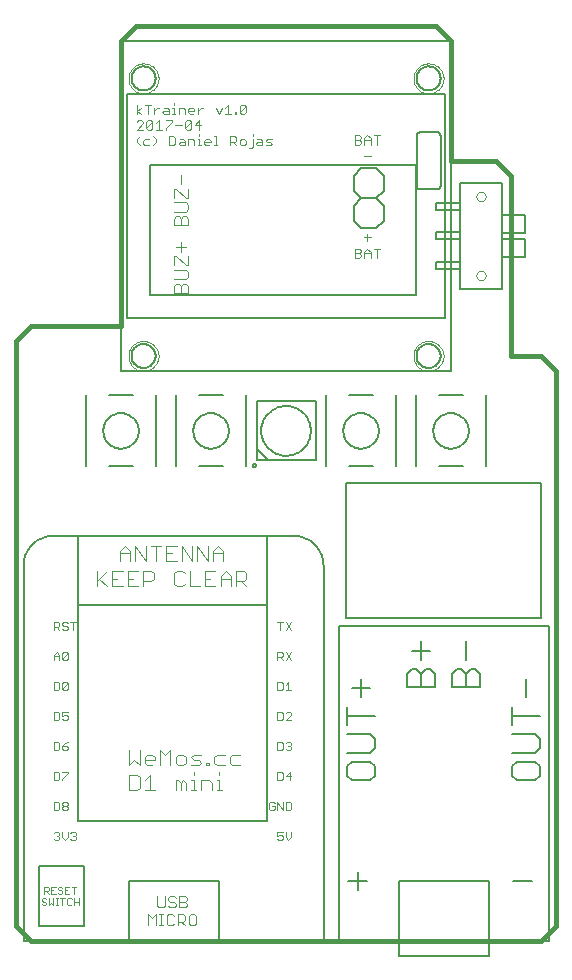
<source format=gto>
G75*
%MOIN*%
%OFA0B0*%
%FSLAX24Y24*%
%IPPOS*%
%LPD*%
%AMOC8*
5,1,8,0,0,1.08239X$1,22.5*
%
%ADD10C,0.0160*%
%ADD11C,0.0040*%
%ADD12C,0.0000*%
%ADD13C,0.0050*%
%ADD14C,0.0080*%
%ADD15C,0.0020*%
%ADD16C,0.0030*%
%ADD17C,0.0060*%
D10*
X000180Y001125D02*
X000680Y000625D01*
X017680Y000625D01*
X018180Y001125D01*
X018180Y019625D01*
X017680Y020125D01*
X016680Y020125D01*
X016680Y026125D01*
X016180Y026625D01*
X014680Y026625D01*
X014680Y030625D01*
X014180Y031125D01*
X004180Y031125D01*
X003680Y030625D01*
X003680Y021125D01*
X000680Y021125D01*
X000180Y020625D01*
X000180Y001125D01*
D11*
X003950Y005645D02*
X004210Y005645D01*
X004297Y005732D01*
X004297Y006079D01*
X004210Y006165D01*
X003950Y006165D01*
X003950Y005645D01*
X004466Y005645D02*
X004813Y005645D01*
X004639Y005645D02*
X004639Y006165D01*
X004466Y005992D01*
X004552Y006485D02*
X004466Y006572D01*
X004466Y006745D01*
X004552Y006832D01*
X004726Y006832D01*
X004813Y006745D01*
X004813Y006658D01*
X004466Y006658D01*
X004552Y006485D02*
X004726Y006485D01*
X004981Y006485D02*
X004981Y007005D01*
X005155Y006832D01*
X005328Y007005D01*
X005328Y006485D01*
X005497Y006572D02*
X005584Y006485D01*
X005757Y006485D01*
X005844Y006572D01*
X005844Y006745D01*
X005757Y006832D01*
X005584Y006832D01*
X005497Y006745D01*
X005497Y006572D01*
X005497Y005992D02*
X005584Y005992D01*
X005670Y005905D01*
X005757Y005992D01*
X005844Y005905D01*
X005844Y005645D01*
X006013Y005645D02*
X006186Y005645D01*
X006099Y005645D02*
X006099Y005992D01*
X006013Y005992D01*
X006099Y006165D02*
X006099Y006252D01*
X006013Y006485D02*
X006273Y006485D01*
X006360Y006572D01*
X006273Y006658D01*
X006099Y006658D01*
X006013Y006745D01*
X006099Y006832D01*
X006360Y006832D01*
X006528Y006572D02*
X006615Y006572D01*
X006615Y006485D01*
X006528Y006485D01*
X006528Y006572D01*
X006786Y006572D02*
X006873Y006485D01*
X007133Y006485D01*
X007302Y006572D02*
X007388Y006485D01*
X007649Y006485D01*
X007649Y006832D02*
X007388Y006832D01*
X007302Y006745D01*
X007302Y006572D01*
X007133Y006832D02*
X006873Y006832D01*
X006786Y006745D01*
X006786Y006572D01*
X006959Y006252D02*
X006959Y006165D01*
X006959Y005992D02*
X006959Y005645D01*
X007045Y005645D02*
X006872Y005645D01*
X006703Y005645D02*
X006703Y005905D01*
X006617Y005992D01*
X006356Y005992D01*
X006356Y005645D01*
X006872Y005992D02*
X006959Y005992D01*
X005670Y005905D02*
X005670Y005645D01*
X005497Y005645D02*
X005497Y005992D01*
X004297Y006485D02*
X004297Y007005D01*
X004123Y006658D02*
X004297Y006485D01*
X004123Y006658D02*
X003950Y006485D01*
X003950Y007005D01*
X003903Y012445D02*
X004250Y012445D01*
X004419Y012445D02*
X004419Y012965D01*
X004679Y012965D01*
X004766Y012879D01*
X004766Y012705D01*
X004679Y012618D01*
X004419Y012618D01*
X004250Y012965D02*
X003903Y012965D01*
X003903Y012445D01*
X003734Y012445D02*
X003387Y012445D01*
X003387Y012965D01*
X003734Y012965D01*
X003903Y012705D02*
X004077Y012705D01*
X004161Y013285D02*
X004161Y013805D01*
X004508Y013285D01*
X004508Y013805D01*
X004677Y013805D02*
X005024Y013805D01*
X005192Y013805D02*
X005192Y013285D01*
X005539Y013285D01*
X005708Y013285D02*
X005708Y013805D01*
X006055Y013285D01*
X006055Y013805D01*
X006223Y013805D02*
X006223Y013285D01*
X006570Y013285D02*
X006223Y013805D01*
X006570Y013805D02*
X006570Y013285D01*
X006739Y013285D02*
X006739Y013632D01*
X006913Y013805D01*
X007086Y013632D01*
X007086Y013285D01*
X007086Y013545D02*
X006739Y013545D01*
X006828Y012965D02*
X006481Y012965D01*
X006481Y012445D01*
X006828Y012445D01*
X006997Y012445D02*
X006997Y012792D01*
X007170Y012965D01*
X007344Y012792D01*
X007344Y012445D01*
X007513Y012445D02*
X007513Y012965D01*
X007773Y012965D01*
X007860Y012879D01*
X007860Y012705D01*
X007773Y012618D01*
X007513Y012618D01*
X007686Y012618D02*
X007860Y012445D01*
X007344Y012705D02*
X006997Y012705D01*
X006655Y012705D02*
X006481Y012705D01*
X006313Y012445D02*
X005966Y012445D01*
X005966Y012965D01*
X005797Y012879D02*
X005710Y012965D01*
X005537Y012965D01*
X005450Y012879D01*
X005450Y012532D01*
X005537Y012445D01*
X005710Y012445D01*
X005797Y012532D01*
X005366Y013545D02*
X005192Y013545D01*
X005192Y013805D02*
X005539Y013805D01*
X004850Y013805D02*
X004850Y013285D01*
X003992Y013285D02*
X003992Y013632D01*
X003819Y013805D01*
X003645Y013632D01*
X003645Y013285D01*
X003645Y013545D02*
X003992Y013545D01*
X003561Y012705D02*
X003387Y012705D01*
X003219Y012445D02*
X002959Y012705D01*
X002872Y012618D02*
X003219Y012965D01*
X002872Y012965D02*
X002872Y012445D01*
X005450Y022224D02*
X005450Y022454D01*
X005526Y022531D01*
X005603Y022531D01*
X005680Y022454D01*
X005680Y022224D01*
X005910Y022224D02*
X005450Y022224D01*
X005680Y022454D02*
X005757Y022531D01*
X005833Y022531D01*
X005910Y022454D01*
X005910Y022224D01*
X005833Y022685D02*
X005910Y022761D01*
X005910Y022915D01*
X005833Y022992D01*
X005450Y022992D01*
X005450Y023145D02*
X005450Y023452D01*
X005526Y023452D01*
X005833Y023145D01*
X005910Y023145D01*
X005910Y023452D01*
X005833Y023759D02*
X005526Y023759D01*
X005680Y023605D02*
X005680Y023912D01*
X005680Y024474D02*
X005680Y024704D01*
X005757Y024781D01*
X005833Y024781D01*
X005910Y024704D01*
X005910Y024474D01*
X005450Y024474D01*
X005450Y024704D01*
X005526Y024781D01*
X005603Y024781D01*
X005680Y024704D01*
X005833Y024935D02*
X005450Y024935D01*
X005450Y025242D02*
X005833Y025242D01*
X005910Y025165D01*
X005910Y025011D01*
X005833Y024935D01*
X005833Y025395D02*
X005910Y025395D01*
X005910Y025702D01*
X005833Y025395D02*
X005526Y025702D01*
X005450Y025702D01*
X005450Y025395D01*
X005680Y025855D02*
X005680Y026162D01*
X005648Y027145D02*
X005597Y027197D01*
X005648Y027248D01*
X005803Y027248D01*
X005803Y027300D02*
X005803Y027145D01*
X005648Y027145D01*
X005481Y027197D02*
X005481Y027404D01*
X005429Y027455D01*
X005274Y027455D01*
X005274Y027145D01*
X005429Y027145D01*
X005481Y027197D01*
X005648Y027352D02*
X005752Y027352D01*
X005803Y027300D01*
X005919Y027352D02*
X006074Y027352D01*
X006126Y027300D01*
X006126Y027145D01*
X006241Y027145D02*
X006344Y027145D01*
X006293Y027145D02*
X006293Y027352D01*
X006241Y027352D01*
X006293Y027455D02*
X006293Y027507D01*
X006289Y027670D02*
X006289Y027980D01*
X006134Y027825D01*
X006340Y027825D01*
X006241Y028195D02*
X006241Y028402D01*
X006344Y028402D02*
X006241Y028298D01*
X006126Y028298D02*
X005919Y028298D01*
X005919Y028247D02*
X005919Y028350D01*
X005971Y028402D01*
X006074Y028402D01*
X006126Y028350D01*
X006126Y028298D01*
X006074Y028195D02*
X005971Y028195D01*
X005919Y028247D01*
X005803Y028195D02*
X005803Y028350D01*
X005752Y028402D01*
X005597Y028402D01*
X005597Y028195D01*
X005485Y028195D02*
X005382Y028195D01*
X005433Y028195D02*
X005433Y028402D01*
X005382Y028402D01*
X005433Y028505D02*
X005433Y028557D01*
X005266Y028350D02*
X005266Y028195D01*
X005111Y028195D01*
X005059Y028247D01*
X005111Y028298D01*
X005266Y028298D01*
X005266Y028350D02*
X005215Y028402D01*
X005111Y028402D01*
X004946Y028402D02*
X004894Y028402D01*
X004791Y028298D01*
X004791Y028195D02*
X004791Y028402D01*
X004675Y028505D02*
X004469Y028505D01*
X004572Y028505D02*
X004572Y028195D01*
X004574Y027980D02*
X004677Y027980D01*
X004729Y027929D01*
X004522Y027722D01*
X004574Y027670D01*
X004677Y027670D01*
X004729Y027722D01*
X004729Y027929D01*
X004845Y027877D02*
X004948Y027980D01*
X004948Y027670D01*
X004845Y027670D02*
X005051Y027670D01*
X005167Y027670D02*
X005167Y027722D01*
X005374Y027929D01*
X005374Y027980D01*
X005167Y027980D01*
X005489Y027825D02*
X005696Y027825D01*
X005811Y027722D02*
X005811Y027929D01*
X005863Y027980D01*
X005967Y027980D01*
X006018Y027929D01*
X005811Y027722D01*
X005863Y027670D01*
X005967Y027670D01*
X006018Y027722D01*
X006018Y027929D01*
X006344Y028402D02*
X006396Y028402D01*
X006832Y028402D02*
X006935Y028195D01*
X007039Y028402D01*
X007154Y028402D02*
X007258Y028505D01*
X007258Y028195D01*
X007361Y028195D02*
X007154Y028195D01*
X007476Y028195D02*
X007528Y028195D01*
X007528Y028247D01*
X007476Y028247D01*
X007476Y028195D01*
X007638Y028247D02*
X007638Y028454D01*
X007689Y028505D01*
X007793Y028505D01*
X007844Y028454D01*
X007638Y028247D01*
X007689Y028195D01*
X007793Y028195D01*
X007844Y028247D01*
X007844Y028454D01*
X008063Y027507D02*
X008063Y027455D01*
X008063Y027352D02*
X008063Y027093D01*
X008012Y027042D01*
X007960Y027042D01*
X007844Y027197D02*
X007844Y027300D01*
X007793Y027352D01*
X007689Y027352D01*
X007638Y027300D01*
X007638Y027197D01*
X007689Y027145D01*
X007793Y027145D01*
X007844Y027197D01*
X007522Y027145D02*
X007419Y027248D01*
X007470Y027248D02*
X007315Y027248D01*
X007315Y027145D02*
X007315Y027455D01*
X007470Y027455D01*
X007522Y027404D01*
X007522Y027300D01*
X007470Y027248D01*
X006882Y027145D02*
X006778Y027145D01*
X006830Y027145D02*
X006830Y027455D01*
X006778Y027455D01*
X006663Y027300D02*
X006663Y027248D01*
X006456Y027248D01*
X006456Y027197D02*
X006456Y027300D01*
X006508Y027352D01*
X006611Y027352D01*
X006663Y027300D01*
X006611Y027145D02*
X006508Y027145D01*
X006456Y027197D01*
X005919Y027145D02*
X005919Y027352D01*
X004841Y027352D02*
X004737Y027455D01*
X004841Y027352D02*
X004841Y027248D01*
X004737Y027145D01*
X004622Y027145D02*
X004467Y027145D01*
X004415Y027197D01*
X004415Y027300D01*
X004467Y027352D01*
X004622Y027352D01*
X004522Y027722D02*
X004522Y027929D01*
X004574Y027980D01*
X004407Y027929D02*
X004355Y027980D01*
X004252Y027980D01*
X004200Y027929D01*
X004407Y027877D02*
X004200Y027670D01*
X004407Y027670D01*
X004407Y027877D02*
X004407Y027929D01*
X004355Y028195D02*
X004200Y028298D01*
X004355Y028402D01*
X004200Y028505D02*
X004200Y028195D01*
X004303Y027455D02*
X004200Y027352D01*
X004200Y027248D01*
X004303Y027145D01*
X005450Y022685D02*
X005833Y022685D01*
X008226Y027145D02*
X008175Y027197D01*
X008226Y027248D01*
X008382Y027248D01*
X008382Y027300D02*
X008382Y027145D01*
X008226Y027145D01*
X008226Y027352D02*
X008330Y027352D01*
X008382Y027300D01*
X008497Y027300D02*
X008549Y027352D01*
X008704Y027352D01*
X008652Y027248D02*
X008549Y027248D01*
X008497Y027300D01*
X008497Y027145D02*
X008652Y027145D01*
X008704Y027197D01*
X008652Y027248D01*
X011467Y027325D02*
X011622Y027325D01*
X011673Y027273D01*
X011673Y027222D01*
X011622Y027170D01*
X011467Y027170D01*
X011467Y027480D01*
X011622Y027480D01*
X011673Y027429D01*
X011673Y027377D01*
X011622Y027325D01*
X011789Y027325D02*
X011996Y027325D01*
X011996Y027377D02*
X011996Y027170D01*
X011996Y027377D02*
X011892Y027480D01*
X011789Y027377D01*
X011789Y027170D01*
X012111Y027480D02*
X012318Y027480D01*
X012215Y027480D02*
X012215Y027170D01*
X011996Y026800D02*
X011789Y026800D01*
X011892Y024179D02*
X011892Y023972D01*
X011789Y024075D02*
X011996Y024075D01*
X011892Y023705D02*
X011996Y023602D01*
X011996Y023395D01*
X011996Y023550D02*
X011789Y023550D01*
X011789Y023602D02*
X011789Y023395D01*
X011673Y023447D02*
X011622Y023395D01*
X011467Y023395D01*
X011467Y023705D01*
X011622Y023705D01*
X011673Y023654D01*
X011673Y023602D01*
X011622Y023550D01*
X011467Y023550D01*
X011622Y023550D02*
X011673Y023498D01*
X011673Y023447D01*
X011789Y023602D02*
X011892Y023705D01*
X012111Y023705D02*
X012318Y023705D01*
X012215Y023705D02*
X012215Y023395D01*
D12*
X013430Y020125D02*
X013432Y020169D01*
X013438Y020213D01*
X013448Y020256D01*
X013461Y020298D01*
X013478Y020339D01*
X013499Y020378D01*
X013523Y020415D01*
X013550Y020450D01*
X013580Y020482D01*
X013613Y020512D01*
X013649Y020538D01*
X013686Y020562D01*
X013726Y020581D01*
X013767Y020598D01*
X013810Y020610D01*
X013853Y020619D01*
X013897Y020624D01*
X013941Y020625D01*
X013985Y020622D01*
X014029Y020615D01*
X014072Y020604D01*
X014114Y020590D01*
X014154Y020572D01*
X014193Y020550D01*
X014229Y020526D01*
X014263Y020498D01*
X014295Y020467D01*
X014324Y020433D01*
X014350Y020397D01*
X014372Y020359D01*
X014391Y020319D01*
X014406Y020277D01*
X014418Y020235D01*
X014426Y020191D01*
X014430Y020147D01*
X014430Y020103D01*
X014426Y020059D01*
X014418Y020015D01*
X014406Y019973D01*
X014391Y019931D01*
X014372Y019891D01*
X014350Y019853D01*
X014324Y019817D01*
X014295Y019783D01*
X014263Y019752D01*
X014229Y019724D01*
X014193Y019700D01*
X014154Y019678D01*
X014114Y019660D01*
X014072Y019646D01*
X014029Y019635D01*
X013985Y019628D01*
X013941Y019625D01*
X013897Y019626D01*
X013853Y019631D01*
X013810Y019640D01*
X013767Y019652D01*
X013726Y019669D01*
X013686Y019688D01*
X013649Y019712D01*
X013613Y019738D01*
X013580Y019768D01*
X013550Y019800D01*
X013523Y019835D01*
X013499Y019872D01*
X013478Y019911D01*
X013461Y019952D01*
X013448Y019994D01*
X013438Y020037D01*
X013432Y020081D01*
X013430Y020125D01*
X015523Y022806D02*
X015525Y022831D01*
X015531Y022855D01*
X015540Y022877D01*
X015553Y022898D01*
X015569Y022917D01*
X015588Y022933D01*
X015609Y022946D01*
X015631Y022955D01*
X015655Y022961D01*
X015680Y022963D01*
X015705Y022961D01*
X015729Y022955D01*
X015751Y022946D01*
X015772Y022933D01*
X015791Y022917D01*
X015807Y022898D01*
X015820Y022877D01*
X015829Y022855D01*
X015835Y022831D01*
X015837Y022806D01*
X015835Y022781D01*
X015829Y022757D01*
X015820Y022735D01*
X015807Y022714D01*
X015791Y022695D01*
X015772Y022679D01*
X015751Y022666D01*
X015729Y022657D01*
X015705Y022651D01*
X015680Y022649D01*
X015655Y022651D01*
X015631Y022657D01*
X015609Y022666D01*
X015588Y022679D01*
X015569Y022695D01*
X015553Y022714D01*
X015540Y022735D01*
X015531Y022757D01*
X015525Y022781D01*
X015523Y022806D01*
X015523Y025444D02*
X015525Y025469D01*
X015531Y025493D01*
X015540Y025515D01*
X015553Y025536D01*
X015569Y025555D01*
X015588Y025571D01*
X015609Y025584D01*
X015631Y025593D01*
X015655Y025599D01*
X015680Y025601D01*
X015705Y025599D01*
X015729Y025593D01*
X015751Y025584D01*
X015772Y025571D01*
X015791Y025555D01*
X015807Y025536D01*
X015820Y025515D01*
X015829Y025493D01*
X015835Y025469D01*
X015837Y025444D01*
X015835Y025419D01*
X015829Y025395D01*
X015820Y025373D01*
X015807Y025352D01*
X015791Y025333D01*
X015772Y025317D01*
X015751Y025304D01*
X015729Y025295D01*
X015705Y025289D01*
X015680Y025287D01*
X015655Y025289D01*
X015631Y025295D01*
X015609Y025304D01*
X015588Y025317D01*
X015569Y025333D01*
X015553Y025352D01*
X015540Y025373D01*
X015531Y025395D01*
X015525Y025419D01*
X015523Y025444D01*
X013430Y029375D02*
X013432Y029419D01*
X013438Y029463D01*
X013448Y029506D01*
X013461Y029548D01*
X013478Y029589D01*
X013499Y029628D01*
X013523Y029665D01*
X013550Y029700D01*
X013580Y029732D01*
X013613Y029762D01*
X013649Y029788D01*
X013686Y029812D01*
X013726Y029831D01*
X013767Y029848D01*
X013810Y029860D01*
X013853Y029869D01*
X013897Y029874D01*
X013941Y029875D01*
X013985Y029872D01*
X014029Y029865D01*
X014072Y029854D01*
X014114Y029840D01*
X014154Y029822D01*
X014193Y029800D01*
X014229Y029776D01*
X014263Y029748D01*
X014295Y029717D01*
X014324Y029683D01*
X014350Y029647D01*
X014372Y029609D01*
X014391Y029569D01*
X014406Y029527D01*
X014418Y029485D01*
X014426Y029441D01*
X014430Y029397D01*
X014430Y029353D01*
X014426Y029309D01*
X014418Y029265D01*
X014406Y029223D01*
X014391Y029181D01*
X014372Y029141D01*
X014350Y029103D01*
X014324Y029067D01*
X014295Y029033D01*
X014263Y029002D01*
X014229Y028974D01*
X014193Y028950D01*
X014154Y028928D01*
X014114Y028910D01*
X014072Y028896D01*
X014029Y028885D01*
X013985Y028878D01*
X013941Y028875D01*
X013897Y028876D01*
X013853Y028881D01*
X013810Y028890D01*
X013767Y028902D01*
X013726Y028919D01*
X013686Y028938D01*
X013649Y028962D01*
X013613Y028988D01*
X013580Y029018D01*
X013550Y029050D01*
X013523Y029085D01*
X013499Y029122D01*
X013478Y029161D01*
X013461Y029202D01*
X013448Y029244D01*
X013438Y029287D01*
X013432Y029331D01*
X013430Y029375D01*
X003930Y029375D02*
X003932Y029419D01*
X003938Y029463D01*
X003948Y029506D01*
X003961Y029548D01*
X003978Y029589D01*
X003999Y029628D01*
X004023Y029665D01*
X004050Y029700D01*
X004080Y029732D01*
X004113Y029762D01*
X004149Y029788D01*
X004186Y029812D01*
X004226Y029831D01*
X004267Y029848D01*
X004310Y029860D01*
X004353Y029869D01*
X004397Y029874D01*
X004441Y029875D01*
X004485Y029872D01*
X004529Y029865D01*
X004572Y029854D01*
X004614Y029840D01*
X004654Y029822D01*
X004693Y029800D01*
X004729Y029776D01*
X004763Y029748D01*
X004795Y029717D01*
X004824Y029683D01*
X004850Y029647D01*
X004872Y029609D01*
X004891Y029569D01*
X004906Y029527D01*
X004918Y029485D01*
X004926Y029441D01*
X004930Y029397D01*
X004930Y029353D01*
X004926Y029309D01*
X004918Y029265D01*
X004906Y029223D01*
X004891Y029181D01*
X004872Y029141D01*
X004850Y029103D01*
X004824Y029067D01*
X004795Y029033D01*
X004763Y029002D01*
X004729Y028974D01*
X004693Y028950D01*
X004654Y028928D01*
X004614Y028910D01*
X004572Y028896D01*
X004529Y028885D01*
X004485Y028878D01*
X004441Y028875D01*
X004397Y028876D01*
X004353Y028881D01*
X004310Y028890D01*
X004267Y028902D01*
X004226Y028919D01*
X004186Y028938D01*
X004149Y028962D01*
X004113Y028988D01*
X004080Y029018D01*
X004050Y029050D01*
X004023Y029085D01*
X003999Y029122D01*
X003978Y029161D01*
X003961Y029202D01*
X003948Y029244D01*
X003938Y029287D01*
X003932Y029331D01*
X003930Y029375D01*
X003930Y020125D02*
X003932Y020169D01*
X003938Y020213D01*
X003948Y020256D01*
X003961Y020298D01*
X003978Y020339D01*
X003999Y020378D01*
X004023Y020415D01*
X004050Y020450D01*
X004080Y020482D01*
X004113Y020512D01*
X004149Y020538D01*
X004186Y020562D01*
X004226Y020581D01*
X004267Y020598D01*
X004310Y020610D01*
X004353Y020619D01*
X004397Y020624D01*
X004441Y020625D01*
X004485Y020622D01*
X004529Y020615D01*
X004572Y020604D01*
X004614Y020590D01*
X004654Y020572D01*
X004693Y020550D01*
X004729Y020526D01*
X004763Y020498D01*
X004795Y020467D01*
X004824Y020433D01*
X004850Y020397D01*
X004872Y020359D01*
X004891Y020319D01*
X004906Y020277D01*
X004918Y020235D01*
X004926Y020191D01*
X004930Y020147D01*
X004930Y020103D01*
X004926Y020059D01*
X004918Y020015D01*
X004906Y019973D01*
X004891Y019931D01*
X004872Y019891D01*
X004850Y019853D01*
X004824Y019817D01*
X004795Y019783D01*
X004763Y019752D01*
X004729Y019724D01*
X004693Y019700D01*
X004654Y019678D01*
X004614Y019660D01*
X004572Y019646D01*
X004529Y019635D01*
X004485Y019628D01*
X004441Y019625D01*
X004397Y019626D01*
X004353Y019631D01*
X004310Y019640D01*
X004267Y019652D01*
X004226Y019669D01*
X004186Y019688D01*
X004149Y019712D01*
X004113Y019738D01*
X004080Y019768D01*
X004050Y019800D01*
X004023Y019835D01*
X003999Y019872D01*
X003978Y019911D01*
X003961Y019952D01*
X003948Y019994D01*
X003938Y020037D01*
X003932Y020081D01*
X003930Y020125D01*
D13*
X000430Y000625D02*
X010430Y000625D01*
X010430Y013125D01*
X010428Y013185D01*
X010423Y013246D01*
X010414Y013305D01*
X010401Y013364D01*
X010385Y013423D01*
X010365Y013480D01*
X010342Y013535D01*
X010315Y013590D01*
X010286Y013642D01*
X010253Y013693D01*
X010217Y013742D01*
X010179Y013788D01*
X010137Y013832D01*
X010093Y013874D01*
X010047Y013912D01*
X009998Y013948D01*
X009947Y013981D01*
X009895Y014010D01*
X009840Y014037D01*
X009785Y014060D01*
X009728Y014080D01*
X009669Y014096D01*
X009610Y014109D01*
X009551Y014118D01*
X009490Y014123D01*
X009430Y014125D01*
X001430Y014125D01*
X001370Y014123D01*
X001309Y014118D01*
X001250Y014109D01*
X001191Y014096D01*
X001132Y014080D01*
X001075Y014060D01*
X001020Y014037D01*
X000965Y014010D01*
X000913Y013981D01*
X000862Y013948D01*
X000813Y013912D01*
X000767Y013874D01*
X000723Y013832D01*
X000681Y013788D01*
X000643Y013742D01*
X000607Y013693D01*
X000574Y013642D01*
X000545Y013590D01*
X000518Y013535D01*
X000495Y013480D01*
X000475Y013423D01*
X000459Y013364D01*
X000446Y013305D01*
X000437Y013246D01*
X000432Y013185D01*
X000430Y013125D01*
X000430Y000625D01*
X002240Y004625D02*
X008530Y004625D01*
X008540Y004625D02*
X008540Y011835D01*
X008530Y011835D01*
X008540Y011832D02*
X002241Y011832D01*
X002241Y014116D01*
X008540Y014116D01*
X008540Y011832D01*
X010930Y011125D02*
X010930Y000625D01*
X017930Y000625D01*
X017930Y011125D01*
X010930Y011125D01*
X011180Y011375D02*
X011180Y015875D01*
X017680Y015875D01*
X017680Y011375D01*
X011180Y011375D01*
X011286Y016444D02*
X012074Y016444D01*
X011089Y017625D02*
X011091Y017673D01*
X011097Y017721D01*
X011107Y017768D01*
X011120Y017814D01*
X011138Y017859D01*
X011158Y017903D01*
X011183Y017945D01*
X011211Y017984D01*
X011241Y018021D01*
X011275Y018055D01*
X011312Y018087D01*
X011350Y018116D01*
X011391Y018141D01*
X011434Y018163D01*
X011479Y018181D01*
X011525Y018195D01*
X011572Y018206D01*
X011620Y018213D01*
X011668Y018216D01*
X011716Y018215D01*
X011764Y018210D01*
X011812Y018201D01*
X011858Y018189D01*
X011903Y018172D01*
X011947Y018152D01*
X011989Y018129D01*
X012029Y018102D01*
X012067Y018072D01*
X012102Y018039D01*
X012134Y018003D01*
X012164Y017965D01*
X012190Y017924D01*
X012212Y017881D01*
X012232Y017837D01*
X012247Y017792D01*
X012259Y017745D01*
X012267Y017697D01*
X012271Y017649D01*
X012271Y017601D01*
X012267Y017553D01*
X012259Y017505D01*
X012247Y017458D01*
X012232Y017413D01*
X012212Y017369D01*
X012190Y017326D01*
X012164Y017285D01*
X012134Y017247D01*
X012102Y017211D01*
X012067Y017178D01*
X012029Y017148D01*
X011989Y017121D01*
X011947Y017098D01*
X011903Y017078D01*
X011858Y017061D01*
X011812Y017049D01*
X011764Y017040D01*
X011716Y017035D01*
X011668Y017034D01*
X011620Y017037D01*
X011572Y017044D01*
X011525Y017055D01*
X011479Y017069D01*
X011434Y017087D01*
X011391Y017109D01*
X011350Y017134D01*
X011312Y017163D01*
X011275Y017195D01*
X011241Y017229D01*
X011211Y017266D01*
X011183Y017305D01*
X011158Y017347D01*
X011138Y017391D01*
X011120Y017436D01*
X011107Y017482D01*
X011097Y017529D01*
X011091Y017577D01*
X011089Y017625D01*
X011286Y018806D02*
X012074Y018806D01*
X012861Y018806D02*
X012861Y016444D01*
X013499Y016444D02*
X013499Y018806D01*
X014286Y018806D02*
X015074Y018806D01*
X014692Y019613D02*
X014692Y030637D01*
X003668Y030637D01*
X003668Y019613D01*
X014692Y019613D01*
X013530Y020125D02*
X013532Y020165D01*
X013538Y020204D01*
X013548Y020243D01*
X013561Y020280D01*
X013579Y020316D01*
X013600Y020350D01*
X013624Y020382D01*
X013651Y020411D01*
X013681Y020438D01*
X013713Y020461D01*
X013748Y020481D01*
X013784Y020497D01*
X013822Y020510D01*
X013861Y020519D01*
X013900Y020524D01*
X013940Y020525D01*
X013980Y020522D01*
X014019Y020515D01*
X014057Y020504D01*
X014095Y020490D01*
X014130Y020471D01*
X014163Y020450D01*
X014195Y020425D01*
X014223Y020397D01*
X014249Y020367D01*
X014271Y020334D01*
X014290Y020299D01*
X014306Y020262D01*
X014318Y020224D01*
X014326Y020185D01*
X014330Y020145D01*
X014330Y020105D01*
X014326Y020065D01*
X014318Y020026D01*
X014306Y019988D01*
X014290Y019951D01*
X014271Y019916D01*
X014249Y019883D01*
X014223Y019853D01*
X014195Y019825D01*
X014163Y019800D01*
X014130Y019779D01*
X014095Y019760D01*
X014057Y019746D01*
X014019Y019735D01*
X013980Y019728D01*
X013940Y019725D01*
X013900Y019726D01*
X013861Y019731D01*
X013822Y019740D01*
X013784Y019753D01*
X013748Y019769D01*
X013713Y019789D01*
X013681Y019812D01*
X013651Y019839D01*
X013624Y019868D01*
X013600Y019900D01*
X013579Y019934D01*
X013561Y019970D01*
X013548Y020007D01*
X013538Y020046D01*
X013532Y020085D01*
X013530Y020125D01*
X014495Y021385D02*
X014495Y028865D01*
X003865Y028865D01*
X003865Y021385D01*
X014495Y021385D01*
X014991Y022353D02*
X014991Y023023D01*
X014164Y023023D01*
X014164Y023259D01*
X014991Y023259D01*
X014991Y024007D01*
X014164Y024007D01*
X014164Y024243D01*
X014991Y024243D01*
X014991Y024991D01*
X014164Y024991D01*
X014164Y025227D01*
X014991Y025227D01*
X014991Y025897D01*
X016369Y025897D01*
X016369Y024814D01*
X017156Y024814D01*
X017156Y024223D01*
X016369Y024223D01*
X016369Y024027D01*
X017156Y024027D01*
X017156Y023436D01*
X016369Y023436D01*
X016369Y022353D01*
X014991Y022353D01*
X014991Y023023D02*
X014991Y023259D01*
X014991Y024007D02*
X014991Y024243D01*
X014991Y024991D02*
X014991Y025227D01*
X016369Y024814D02*
X016369Y024223D01*
X016369Y024027D02*
X016369Y023436D01*
X015861Y018806D02*
X015861Y016444D01*
X015074Y016444D02*
X014286Y016444D01*
X014089Y017625D02*
X014091Y017673D01*
X014097Y017721D01*
X014107Y017768D01*
X014120Y017814D01*
X014138Y017859D01*
X014158Y017903D01*
X014183Y017945D01*
X014211Y017984D01*
X014241Y018021D01*
X014275Y018055D01*
X014312Y018087D01*
X014350Y018116D01*
X014391Y018141D01*
X014434Y018163D01*
X014479Y018181D01*
X014525Y018195D01*
X014572Y018206D01*
X014620Y018213D01*
X014668Y018216D01*
X014716Y018215D01*
X014764Y018210D01*
X014812Y018201D01*
X014858Y018189D01*
X014903Y018172D01*
X014947Y018152D01*
X014989Y018129D01*
X015029Y018102D01*
X015067Y018072D01*
X015102Y018039D01*
X015134Y018003D01*
X015164Y017965D01*
X015190Y017924D01*
X015212Y017881D01*
X015232Y017837D01*
X015247Y017792D01*
X015259Y017745D01*
X015267Y017697D01*
X015271Y017649D01*
X015271Y017601D01*
X015267Y017553D01*
X015259Y017505D01*
X015247Y017458D01*
X015232Y017413D01*
X015212Y017369D01*
X015190Y017326D01*
X015164Y017285D01*
X015134Y017247D01*
X015102Y017211D01*
X015067Y017178D01*
X015029Y017148D01*
X014989Y017121D01*
X014947Y017098D01*
X014903Y017078D01*
X014858Y017061D01*
X014812Y017049D01*
X014764Y017040D01*
X014716Y017035D01*
X014668Y017034D01*
X014620Y017037D01*
X014572Y017044D01*
X014525Y017055D01*
X014479Y017069D01*
X014434Y017087D01*
X014391Y017109D01*
X014350Y017134D01*
X014312Y017163D01*
X014275Y017195D01*
X014241Y017229D01*
X014211Y017266D01*
X014183Y017305D01*
X014158Y017347D01*
X014138Y017391D01*
X014120Y017436D01*
X014107Y017482D01*
X014097Y017529D01*
X014091Y017577D01*
X014089Y017625D01*
X013511Y022172D02*
X013511Y026503D01*
X004652Y026503D01*
X004652Y022172D01*
X013511Y022172D01*
X010499Y018806D02*
X010499Y016444D01*
X010164Y016641D02*
X008589Y016641D01*
X008196Y017034D01*
X008196Y018609D01*
X010164Y018609D01*
X010164Y016641D01*
X008353Y017625D02*
X008355Y017682D01*
X008361Y017739D01*
X008371Y017795D01*
X008384Y017851D01*
X008402Y017905D01*
X008423Y017958D01*
X008448Y018009D01*
X008476Y018059D01*
X008508Y018106D01*
X008542Y018152D01*
X008580Y018194D01*
X008621Y018234D01*
X008664Y018272D01*
X008710Y018306D01*
X008758Y018336D01*
X008808Y018364D01*
X008860Y018388D01*
X008914Y018408D01*
X008968Y018424D01*
X009024Y018437D01*
X009080Y018446D01*
X009137Y018451D01*
X009194Y018452D01*
X009251Y018449D01*
X009308Y018442D01*
X009364Y018431D01*
X009419Y018417D01*
X009473Y018398D01*
X009526Y018376D01*
X009577Y018351D01*
X009626Y018321D01*
X009673Y018289D01*
X009718Y018253D01*
X009760Y018215D01*
X009799Y018173D01*
X009835Y018129D01*
X009869Y018083D01*
X009899Y018034D01*
X009925Y017984D01*
X009948Y017932D01*
X009967Y017878D01*
X009983Y017823D01*
X009995Y017767D01*
X010003Y017710D01*
X010007Y017654D01*
X010007Y017596D01*
X010003Y017540D01*
X009995Y017483D01*
X009983Y017427D01*
X009967Y017372D01*
X009948Y017318D01*
X009925Y017266D01*
X009899Y017216D01*
X009869Y017167D01*
X009835Y017121D01*
X009799Y017077D01*
X009760Y017035D01*
X009718Y016997D01*
X009673Y016961D01*
X009626Y016929D01*
X009577Y016899D01*
X009526Y016874D01*
X009473Y016852D01*
X009419Y016833D01*
X009364Y016819D01*
X009308Y016808D01*
X009251Y016801D01*
X009194Y016798D01*
X009137Y016799D01*
X009080Y016804D01*
X009024Y016813D01*
X008968Y016826D01*
X008914Y016842D01*
X008860Y016862D01*
X008808Y016886D01*
X008758Y016914D01*
X008710Y016944D01*
X008664Y016978D01*
X008621Y017016D01*
X008580Y017056D01*
X008542Y017098D01*
X008508Y017144D01*
X008476Y017191D01*
X008448Y017241D01*
X008423Y017292D01*
X008402Y017345D01*
X008384Y017399D01*
X008371Y017455D01*
X008361Y017511D01*
X008355Y017568D01*
X008353Y017625D01*
X008196Y017034D02*
X008196Y016641D01*
X008589Y016641D01*
X008066Y016470D02*
X008068Y016484D01*
X008074Y016498D01*
X008082Y016510D01*
X008094Y016518D01*
X008108Y016524D01*
X008122Y016526D01*
X008136Y016524D01*
X008150Y016518D01*
X008162Y016510D01*
X008170Y016498D01*
X008176Y016484D01*
X008178Y016470D01*
X008176Y016456D01*
X008170Y016442D01*
X008162Y016430D01*
X008150Y016422D01*
X008136Y016416D01*
X008122Y016414D01*
X008108Y016416D01*
X008094Y016422D01*
X008082Y016430D01*
X008074Y016442D01*
X008068Y016456D01*
X008066Y016470D01*
X007861Y016444D02*
X007861Y018806D01*
X007074Y018806D02*
X006286Y018806D01*
X006089Y017625D02*
X006091Y017673D01*
X006097Y017721D01*
X006107Y017768D01*
X006120Y017814D01*
X006138Y017859D01*
X006158Y017903D01*
X006183Y017945D01*
X006211Y017984D01*
X006241Y018021D01*
X006275Y018055D01*
X006312Y018087D01*
X006350Y018116D01*
X006391Y018141D01*
X006434Y018163D01*
X006479Y018181D01*
X006525Y018195D01*
X006572Y018206D01*
X006620Y018213D01*
X006668Y018216D01*
X006716Y018215D01*
X006764Y018210D01*
X006812Y018201D01*
X006858Y018189D01*
X006903Y018172D01*
X006947Y018152D01*
X006989Y018129D01*
X007029Y018102D01*
X007067Y018072D01*
X007102Y018039D01*
X007134Y018003D01*
X007164Y017965D01*
X007190Y017924D01*
X007212Y017881D01*
X007232Y017837D01*
X007247Y017792D01*
X007259Y017745D01*
X007267Y017697D01*
X007271Y017649D01*
X007271Y017601D01*
X007267Y017553D01*
X007259Y017505D01*
X007247Y017458D01*
X007232Y017413D01*
X007212Y017369D01*
X007190Y017326D01*
X007164Y017285D01*
X007134Y017247D01*
X007102Y017211D01*
X007067Y017178D01*
X007029Y017148D01*
X006989Y017121D01*
X006947Y017098D01*
X006903Y017078D01*
X006858Y017061D01*
X006812Y017049D01*
X006764Y017040D01*
X006716Y017035D01*
X006668Y017034D01*
X006620Y017037D01*
X006572Y017044D01*
X006525Y017055D01*
X006479Y017069D01*
X006434Y017087D01*
X006391Y017109D01*
X006350Y017134D01*
X006312Y017163D01*
X006275Y017195D01*
X006241Y017229D01*
X006211Y017266D01*
X006183Y017305D01*
X006158Y017347D01*
X006138Y017391D01*
X006120Y017436D01*
X006107Y017482D01*
X006097Y017529D01*
X006091Y017577D01*
X006089Y017625D01*
X006286Y016444D02*
X007074Y016444D01*
X005499Y016444D02*
X005499Y018806D01*
X004861Y018806D02*
X004861Y016444D01*
X004074Y016444D02*
X003286Y016444D01*
X002499Y016444D02*
X002499Y018806D01*
X003286Y018806D02*
X004074Y018806D01*
X003089Y017625D02*
X003091Y017673D01*
X003097Y017721D01*
X003107Y017768D01*
X003120Y017814D01*
X003138Y017859D01*
X003158Y017903D01*
X003183Y017945D01*
X003211Y017984D01*
X003241Y018021D01*
X003275Y018055D01*
X003312Y018087D01*
X003350Y018116D01*
X003391Y018141D01*
X003434Y018163D01*
X003479Y018181D01*
X003525Y018195D01*
X003572Y018206D01*
X003620Y018213D01*
X003668Y018216D01*
X003716Y018215D01*
X003764Y018210D01*
X003812Y018201D01*
X003858Y018189D01*
X003903Y018172D01*
X003947Y018152D01*
X003989Y018129D01*
X004029Y018102D01*
X004067Y018072D01*
X004102Y018039D01*
X004134Y018003D01*
X004164Y017965D01*
X004190Y017924D01*
X004212Y017881D01*
X004232Y017837D01*
X004247Y017792D01*
X004259Y017745D01*
X004267Y017697D01*
X004271Y017649D01*
X004271Y017601D01*
X004267Y017553D01*
X004259Y017505D01*
X004247Y017458D01*
X004232Y017413D01*
X004212Y017369D01*
X004190Y017326D01*
X004164Y017285D01*
X004134Y017247D01*
X004102Y017211D01*
X004067Y017178D01*
X004029Y017148D01*
X003989Y017121D01*
X003947Y017098D01*
X003903Y017078D01*
X003858Y017061D01*
X003812Y017049D01*
X003764Y017040D01*
X003716Y017035D01*
X003668Y017034D01*
X003620Y017037D01*
X003572Y017044D01*
X003525Y017055D01*
X003479Y017069D01*
X003434Y017087D01*
X003391Y017109D01*
X003350Y017134D01*
X003312Y017163D01*
X003275Y017195D01*
X003241Y017229D01*
X003211Y017266D01*
X003183Y017305D01*
X003158Y017347D01*
X003138Y017391D01*
X003120Y017436D01*
X003107Y017482D01*
X003097Y017529D01*
X003091Y017577D01*
X003089Y017625D01*
X004030Y020125D02*
X004032Y020165D01*
X004038Y020204D01*
X004048Y020243D01*
X004061Y020280D01*
X004079Y020316D01*
X004100Y020350D01*
X004124Y020382D01*
X004151Y020411D01*
X004181Y020438D01*
X004213Y020461D01*
X004248Y020481D01*
X004284Y020497D01*
X004322Y020510D01*
X004361Y020519D01*
X004400Y020524D01*
X004440Y020525D01*
X004480Y020522D01*
X004519Y020515D01*
X004557Y020504D01*
X004595Y020490D01*
X004630Y020471D01*
X004663Y020450D01*
X004695Y020425D01*
X004723Y020397D01*
X004749Y020367D01*
X004771Y020334D01*
X004790Y020299D01*
X004806Y020262D01*
X004818Y020224D01*
X004826Y020185D01*
X004830Y020145D01*
X004830Y020105D01*
X004826Y020065D01*
X004818Y020026D01*
X004806Y019988D01*
X004790Y019951D01*
X004771Y019916D01*
X004749Y019883D01*
X004723Y019853D01*
X004695Y019825D01*
X004663Y019800D01*
X004630Y019779D01*
X004595Y019760D01*
X004557Y019746D01*
X004519Y019735D01*
X004480Y019728D01*
X004440Y019725D01*
X004400Y019726D01*
X004361Y019731D01*
X004322Y019740D01*
X004284Y019753D01*
X004248Y019769D01*
X004213Y019789D01*
X004181Y019812D01*
X004151Y019839D01*
X004124Y019868D01*
X004100Y019900D01*
X004079Y019934D01*
X004061Y019970D01*
X004048Y020007D01*
X004038Y020046D01*
X004032Y020085D01*
X004030Y020125D01*
X002240Y011835D02*
X002240Y004625D01*
X012930Y002625D02*
X012930Y000125D01*
X015930Y000125D01*
X015930Y002625D01*
X012930Y002625D01*
X013530Y029375D02*
X013532Y029415D01*
X013538Y029454D01*
X013548Y029493D01*
X013561Y029530D01*
X013579Y029566D01*
X013600Y029600D01*
X013624Y029632D01*
X013651Y029661D01*
X013681Y029688D01*
X013713Y029711D01*
X013748Y029731D01*
X013784Y029747D01*
X013822Y029760D01*
X013861Y029769D01*
X013900Y029774D01*
X013940Y029775D01*
X013980Y029772D01*
X014019Y029765D01*
X014057Y029754D01*
X014095Y029740D01*
X014130Y029721D01*
X014163Y029700D01*
X014195Y029675D01*
X014223Y029647D01*
X014249Y029617D01*
X014271Y029584D01*
X014290Y029549D01*
X014306Y029512D01*
X014318Y029474D01*
X014326Y029435D01*
X014330Y029395D01*
X014330Y029355D01*
X014326Y029315D01*
X014318Y029276D01*
X014306Y029238D01*
X014290Y029201D01*
X014271Y029166D01*
X014249Y029133D01*
X014223Y029103D01*
X014195Y029075D01*
X014163Y029050D01*
X014130Y029029D01*
X014095Y029010D01*
X014057Y028996D01*
X014019Y028985D01*
X013980Y028978D01*
X013940Y028975D01*
X013900Y028976D01*
X013861Y028981D01*
X013822Y028990D01*
X013784Y029003D01*
X013748Y029019D01*
X013713Y029039D01*
X013681Y029062D01*
X013651Y029089D01*
X013624Y029118D01*
X013600Y029150D01*
X013579Y029184D01*
X013561Y029220D01*
X013548Y029257D01*
X013538Y029296D01*
X013532Y029335D01*
X013530Y029375D01*
X004030Y029375D02*
X004032Y029415D01*
X004038Y029454D01*
X004048Y029493D01*
X004061Y029530D01*
X004079Y029566D01*
X004100Y029600D01*
X004124Y029632D01*
X004151Y029661D01*
X004181Y029688D01*
X004213Y029711D01*
X004248Y029731D01*
X004284Y029747D01*
X004322Y029760D01*
X004361Y029769D01*
X004400Y029774D01*
X004440Y029775D01*
X004480Y029772D01*
X004519Y029765D01*
X004557Y029754D01*
X004595Y029740D01*
X004630Y029721D01*
X004663Y029700D01*
X004695Y029675D01*
X004723Y029647D01*
X004749Y029617D01*
X004771Y029584D01*
X004790Y029549D01*
X004806Y029512D01*
X004818Y029474D01*
X004826Y029435D01*
X004830Y029395D01*
X004830Y029355D01*
X004826Y029315D01*
X004818Y029276D01*
X004806Y029238D01*
X004790Y029201D01*
X004771Y029166D01*
X004749Y029133D01*
X004723Y029103D01*
X004695Y029075D01*
X004663Y029050D01*
X004630Y029029D01*
X004595Y029010D01*
X004557Y028996D01*
X004519Y028985D01*
X004480Y028978D01*
X004440Y028975D01*
X004400Y028976D01*
X004361Y028981D01*
X004322Y028990D01*
X004284Y029003D01*
X004248Y029019D01*
X004213Y029039D01*
X004181Y029062D01*
X004151Y029089D01*
X004124Y029118D01*
X004100Y029150D01*
X004079Y029184D01*
X004061Y029220D01*
X004048Y029257D01*
X004038Y029296D01*
X004032Y029335D01*
X004030Y029375D01*
D14*
X013680Y010608D02*
X013680Y009994D01*
X013833Y009687D02*
X013680Y009534D01*
X013680Y009073D01*
X013680Y009534D02*
X013526Y009687D01*
X013373Y009687D01*
X013219Y009534D01*
X013219Y009073D01*
X014140Y009073D01*
X014140Y009534D01*
X013987Y009687D01*
X013833Y009687D01*
X013987Y010301D02*
X013373Y010301D01*
X012140Y008130D02*
X011219Y008130D01*
X011219Y007823D02*
X011219Y008437D01*
X011680Y008744D02*
X011680Y009358D01*
X011373Y009051D02*
X011987Y009051D01*
X011987Y007516D02*
X011219Y007516D01*
X011219Y006903D02*
X011987Y006903D01*
X012140Y007056D01*
X012140Y007363D01*
X011987Y007516D01*
X011987Y006596D02*
X011373Y006596D01*
X011219Y006442D01*
X011219Y006135D01*
X011373Y005982D01*
X011987Y005982D01*
X012140Y006135D01*
X012140Y006442D01*
X011987Y006596D01*
X011567Y002932D02*
X011567Y002318D01*
X011873Y002625D02*
X011260Y002625D01*
X014719Y009073D02*
X014719Y009534D01*
X014873Y009687D01*
X015026Y009687D01*
X015180Y009534D01*
X015180Y009073D01*
X015180Y009534D02*
X015333Y009687D01*
X015487Y009687D01*
X015640Y009534D01*
X015640Y009073D01*
X014719Y009073D01*
X015180Y009994D02*
X015180Y010608D01*
X016719Y008437D02*
X016719Y007823D01*
X016719Y007516D02*
X017487Y007516D01*
X017640Y007363D01*
X017640Y007056D01*
X017487Y006903D01*
X016719Y006903D01*
X016873Y006596D02*
X016719Y006442D01*
X016719Y006135D01*
X016873Y005982D01*
X017487Y005982D01*
X017640Y006135D01*
X017640Y006442D01*
X017487Y006596D01*
X016873Y006596D01*
X016719Y008130D02*
X017640Y008130D01*
X017180Y008744D02*
X017180Y009358D01*
X017373Y002625D02*
X016760Y002625D01*
X006930Y002625D02*
X006930Y000625D01*
X003930Y000625D01*
X003930Y002625D01*
X006930Y002625D01*
X002430Y003125D02*
X002430Y001125D01*
X000930Y001125D01*
X000930Y003125D01*
X002430Y003125D01*
D15*
X002189Y002428D02*
X002035Y002428D01*
X001959Y002428D02*
X001805Y002428D01*
X001805Y002198D01*
X001959Y002198D01*
X001882Y002313D02*
X001805Y002313D01*
X001728Y002274D02*
X001728Y002236D01*
X001690Y002198D01*
X001613Y002198D01*
X001575Y002236D01*
X001613Y002313D02*
X001690Y002313D01*
X001728Y002274D01*
X001728Y002389D02*
X001690Y002428D01*
X001613Y002428D01*
X001575Y002389D01*
X001575Y002351D01*
X001613Y002313D01*
X001498Y002428D02*
X001345Y002428D01*
X001345Y002198D01*
X001498Y002198D01*
X001421Y002313D02*
X001345Y002313D01*
X001268Y002313D02*
X001230Y002274D01*
X001115Y002274D01*
X001191Y002274D02*
X001268Y002198D01*
X001268Y002313D02*
X001268Y002389D01*
X001230Y002428D01*
X001115Y002428D01*
X001115Y002198D01*
X001153Y002053D02*
X001076Y002053D01*
X001038Y002014D01*
X001038Y001976D01*
X001076Y001938D01*
X001153Y001938D01*
X001191Y001899D01*
X001191Y001861D01*
X001153Y001823D01*
X001076Y001823D01*
X001038Y001861D01*
X001191Y002014D02*
X001153Y002053D01*
X001268Y002053D02*
X001268Y001823D01*
X001345Y001899D01*
X001421Y001823D01*
X001421Y002053D01*
X001498Y002053D02*
X001575Y002053D01*
X001537Y002053D02*
X001537Y001823D01*
X001575Y001823D02*
X001498Y001823D01*
X001728Y001823D02*
X001728Y002053D01*
X001652Y002053D02*
X001805Y002053D01*
X001882Y002014D02*
X001882Y001861D01*
X001920Y001823D01*
X001997Y001823D01*
X002035Y001861D01*
X002112Y001823D02*
X002112Y002053D01*
X002035Y002014D02*
X001997Y002053D01*
X001920Y002053D01*
X001882Y002014D01*
X002112Y001938D02*
X002265Y001938D01*
X002265Y002053D02*
X002265Y001823D01*
X002112Y002198D02*
X002112Y002428D01*
X002133Y003985D02*
X002039Y003985D01*
X001992Y004032D01*
X001903Y004078D02*
X001903Y004265D01*
X001992Y004219D02*
X002039Y004265D01*
X002133Y004265D01*
X002179Y004219D01*
X002179Y004172D01*
X002133Y004125D01*
X002179Y004078D01*
X002179Y004032D01*
X002133Y003985D01*
X002133Y004125D02*
X002086Y004125D01*
X001903Y004078D02*
X001810Y003985D01*
X001716Y004078D01*
X001716Y004265D01*
X001627Y004219D02*
X001627Y004172D01*
X001580Y004125D01*
X001627Y004078D01*
X001627Y004032D01*
X001580Y003985D01*
X001487Y003985D01*
X001440Y004032D01*
X001533Y004125D02*
X001580Y004125D01*
X001627Y004219D02*
X001580Y004265D01*
X001487Y004265D01*
X001440Y004219D01*
X001440Y004985D02*
X001580Y004985D01*
X001627Y005032D01*
X001627Y005219D01*
X001580Y005265D01*
X001440Y005265D01*
X001440Y004985D01*
X001716Y005032D02*
X001716Y005078D01*
X001763Y005125D01*
X001856Y005125D01*
X001903Y005078D01*
X001903Y005032D01*
X001856Y004985D01*
X001763Y004985D01*
X001716Y005032D01*
X001763Y005125D02*
X001716Y005172D01*
X001716Y005219D01*
X001763Y005265D01*
X001856Y005265D01*
X001903Y005219D01*
X001903Y005172D01*
X001856Y005125D01*
X001716Y005985D02*
X001716Y006032D01*
X001903Y006219D01*
X001903Y006265D01*
X001716Y006265D01*
X001627Y006219D02*
X001627Y006032D01*
X001580Y005985D01*
X001440Y005985D01*
X001440Y006265D01*
X001580Y006265D01*
X001627Y006219D01*
X001580Y006985D02*
X001440Y006985D01*
X001440Y007265D01*
X001580Y007265D01*
X001627Y007219D01*
X001627Y007032D01*
X001580Y006985D01*
X001716Y007032D02*
X001716Y007125D01*
X001856Y007125D01*
X001903Y007078D01*
X001903Y007032D01*
X001856Y006985D01*
X001763Y006985D01*
X001716Y007032D01*
X001716Y007125D02*
X001810Y007219D01*
X001903Y007265D01*
X001856Y007985D02*
X001763Y007985D01*
X001716Y008032D01*
X001627Y008032D02*
X001627Y008219D01*
X001580Y008265D01*
X001440Y008265D01*
X001440Y007985D01*
X001580Y007985D01*
X001627Y008032D01*
X001716Y008125D02*
X001810Y008172D01*
X001856Y008172D01*
X001903Y008125D01*
X001903Y008032D01*
X001856Y007985D01*
X001716Y008125D02*
X001716Y008265D01*
X001903Y008265D01*
X001856Y008985D02*
X001763Y008985D01*
X001716Y009032D01*
X001903Y009219D01*
X001903Y009032D01*
X001856Y008985D01*
X001716Y009032D02*
X001716Y009219D01*
X001763Y009265D01*
X001856Y009265D01*
X001903Y009219D01*
X001627Y009219D02*
X001627Y009032D01*
X001580Y008985D01*
X001440Y008985D01*
X001440Y009265D01*
X001580Y009265D01*
X001627Y009219D01*
X001627Y009985D02*
X001627Y010172D01*
X001533Y010265D01*
X001440Y010172D01*
X001440Y009985D01*
X001440Y010125D02*
X001627Y010125D01*
X001716Y010032D02*
X001763Y009985D01*
X001856Y009985D01*
X001903Y010032D01*
X001903Y010219D01*
X001716Y010032D01*
X001716Y010219D01*
X001763Y010265D01*
X001856Y010265D01*
X001903Y010219D01*
X001856Y010985D02*
X001763Y010985D01*
X001716Y011032D01*
X001627Y010985D02*
X001533Y011078D01*
X001580Y011078D02*
X001440Y011078D01*
X001440Y010985D02*
X001440Y011265D01*
X001580Y011265D01*
X001627Y011219D01*
X001627Y011125D01*
X001580Y011078D01*
X001716Y011172D02*
X001763Y011125D01*
X001856Y011125D01*
X001903Y011078D01*
X001903Y011032D01*
X001856Y010985D01*
X002086Y010985D02*
X002086Y011265D01*
X002179Y011265D02*
X001992Y011265D01*
X001903Y011219D02*
X001856Y011265D01*
X001763Y011265D01*
X001716Y011219D01*
X001716Y011172D01*
X008611Y005219D02*
X008611Y005032D01*
X008658Y004985D01*
X008751Y004985D01*
X008798Y005032D01*
X008798Y005125D01*
X008705Y005125D01*
X008798Y005219D02*
X008751Y005265D01*
X008658Y005265D01*
X008611Y005219D01*
X008888Y005265D02*
X008888Y004985D01*
X009074Y004985D02*
X008888Y005265D01*
X009074Y005265D02*
X009074Y004985D01*
X009164Y004985D02*
X009304Y004985D01*
X009351Y005032D01*
X009351Y005219D01*
X009304Y005265D01*
X009164Y005265D01*
X009164Y004985D01*
X009164Y004265D02*
X009164Y004078D01*
X009257Y003985D01*
X009351Y004078D01*
X009351Y004265D01*
X009074Y004265D02*
X008888Y004265D01*
X008888Y004125D01*
X008981Y004172D01*
X009028Y004172D01*
X009074Y004125D01*
X009074Y004032D01*
X009028Y003985D01*
X008934Y003985D01*
X008888Y004032D01*
X008888Y005985D02*
X009028Y005985D01*
X009074Y006032D01*
X009074Y006219D01*
X009028Y006265D01*
X008888Y006265D01*
X008888Y005985D01*
X009164Y006125D02*
X009351Y006125D01*
X009304Y005985D02*
X009304Y006265D01*
X009164Y006125D01*
X009210Y006985D02*
X009164Y007032D01*
X009210Y006985D02*
X009304Y006985D01*
X009351Y007032D01*
X009351Y007078D01*
X009304Y007125D01*
X009257Y007125D01*
X009304Y007125D02*
X009351Y007172D01*
X009351Y007219D01*
X009304Y007265D01*
X009210Y007265D01*
X009164Y007219D01*
X009074Y007219D02*
X009028Y007265D01*
X008888Y007265D01*
X008888Y006985D01*
X009028Y006985D01*
X009074Y007032D01*
X009074Y007219D01*
X009028Y007985D02*
X008888Y007985D01*
X008888Y008265D01*
X009028Y008265D01*
X009074Y008219D01*
X009074Y008032D01*
X009028Y007985D01*
X009164Y007985D02*
X009351Y008172D01*
X009351Y008219D01*
X009304Y008265D01*
X009210Y008265D01*
X009164Y008219D01*
X009164Y007985D02*
X009351Y007985D01*
X009351Y008985D02*
X009164Y008985D01*
X009257Y008985D02*
X009257Y009265D01*
X009164Y009172D01*
X009074Y009219D02*
X009028Y009265D01*
X008888Y009265D01*
X008888Y008985D01*
X009028Y008985D01*
X009074Y009032D01*
X009074Y009219D01*
X009074Y009985D02*
X008981Y010078D01*
X009028Y010078D02*
X008888Y010078D01*
X008888Y009985D02*
X008888Y010265D01*
X009028Y010265D01*
X009074Y010219D01*
X009074Y010125D01*
X009028Y010078D01*
X009164Y009985D02*
X009351Y010265D01*
X009164Y010265D02*
X009351Y009985D01*
X009351Y010985D02*
X009164Y011265D01*
X009074Y011265D02*
X008888Y011265D01*
X008981Y011265D02*
X008981Y010985D01*
X009164Y010985D02*
X009351Y011265D01*
D16*
X005814Y002110D02*
X005629Y002110D01*
X005629Y001740D01*
X005814Y001740D01*
X005876Y001802D01*
X005876Y001863D01*
X005814Y001925D01*
X005629Y001925D01*
X005508Y001863D02*
X005508Y001802D01*
X005446Y001740D01*
X005323Y001740D01*
X005261Y001802D01*
X005139Y001802D02*
X005139Y002110D01*
X005261Y002049D02*
X005261Y001987D01*
X005323Y001925D01*
X005446Y001925D01*
X005508Y001863D01*
X005508Y002049D02*
X005446Y002110D01*
X005323Y002110D01*
X005261Y002049D01*
X005139Y001802D02*
X005078Y001740D01*
X004954Y001740D01*
X004893Y001802D01*
X004893Y002110D01*
X004832Y001510D02*
X004709Y001387D01*
X004586Y001510D01*
X004586Y001140D01*
X004832Y001140D02*
X004832Y001510D01*
X004954Y001510D02*
X005077Y001510D01*
X005016Y001510D02*
X005016Y001140D01*
X005077Y001140D02*
X004954Y001140D01*
X005199Y001202D02*
X005261Y001140D01*
X005385Y001140D01*
X005446Y001202D01*
X005568Y001263D02*
X005753Y001263D01*
X005815Y001325D01*
X005815Y001449D01*
X005753Y001510D01*
X005568Y001510D01*
X005568Y001140D01*
X005691Y001263D02*
X005815Y001140D01*
X005936Y001202D02*
X005936Y001449D01*
X005998Y001510D01*
X006121Y001510D01*
X006183Y001449D01*
X006183Y001202D01*
X006121Y001140D01*
X005998Y001140D01*
X005936Y001202D01*
X005814Y001925D02*
X005876Y001987D01*
X005876Y002049D01*
X005814Y002110D01*
X005385Y001510D02*
X005261Y001510D01*
X005199Y001449D01*
X005199Y001202D01*
X005446Y001449D02*
X005385Y001510D01*
D17*
X011680Y024375D02*
X011430Y024625D01*
X011430Y025125D01*
X011680Y025375D01*
X011430Y025625D01*
X011430Y026125D01*
X011680Y026375D01*
X012180Y026375D01*
X012430Y026125D01*
X012430Y025625D01*
X012180Y025375D01*
X012430Y025125D01*
X012430Y024625D01*
X012180Y024375D01*
X011680Y024375D01*
X011680Y025375D02*
X012180Y025375D01*
X013530Y025775D02*
X013530Y027475D01*
X013532Y027492D01*
X013536Y027509D01*
X013543Y027525D01*
X013553Y027539D01*
X013566Y027552D01*
X013580Y027562D01*
X013596Y027569D01*
X013613Y027573D01*
X013630Y027575D01*
X014230Y027575D01*
X014247Y027573D01*
X014264Y027569D01*
X014280Y027562D01*
X014294Y027552D01*
X014307Y027539D01*
X014317Y027525D01*
X014324Y027509D01*
X014328Y027492D01*
X014330Y027475D01*
X014330Y025775D01*
X014328Y025758D01*
X014324Y025741D01*
X014317Y025725D01*
X014307Y025711D01*
X014294Y025698D01*
X014280Y025688D01*
X014264Y025681D01*
X014247Y025677D01*
X014230Y025675D01*
X013630Y025675D01*
X013613Y025677D01*
X013596Y025681D01*
X013580Y025688D01*
X013566Y025698D01*
X013553Y025711D01*
X013543Y025725D01*
X013536Y025741D01*
X013532Y025758D01*
X013530Y025775D01*
M02*

</source>
